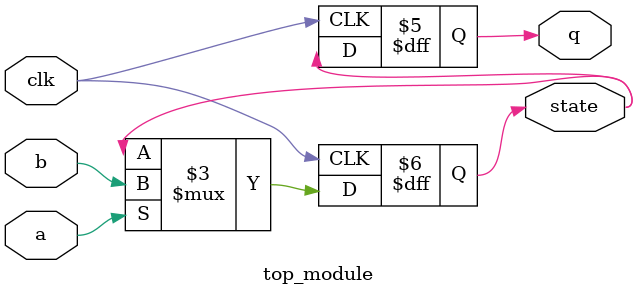
<source format=sv>
module top_module (
    input clk,
    input a,
    input b,
    output reg q,
    output reg state
);

always @(posedge clk) begin
    if (a) begin
        state <= b;
    end else begin
        state <= state;
    end
    q <= state;
end

endmodule

</source>
